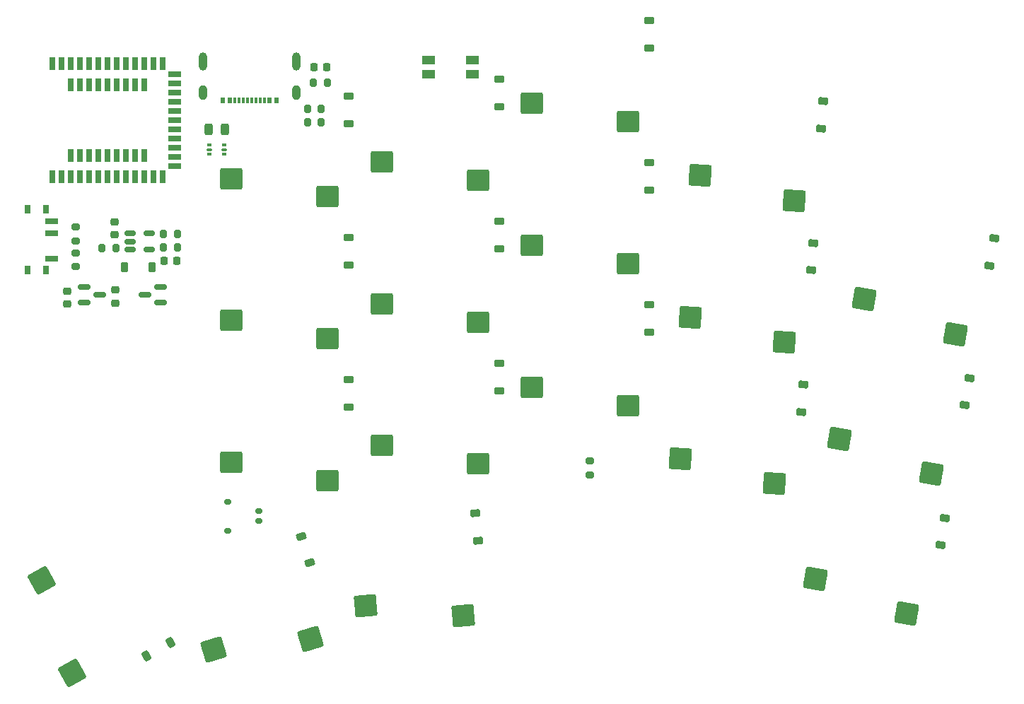
<source format=gbp>
G04 #@! TF.GenerationSoftware,KiCad,Pcbnew,8.0.4*
G04 #@! TF.CreationDate,2024-10-20T02:46:56-03:00*
G04 #@! TF.ProjectId,carpo_right,63617270-6f5f-4726-9967-68742e6b6963,rev?*
G04 #@! TF.SameCoordinates,PX7b6f01cPY41b54a0*
G04 #@! TF.FileFunction,Paste,Bot*
G04 #@! TF.FilePolarity,Positive*
%FSLAX46Y46*%
G04 Gerber Fmt 4.6, Leading zero omitted, Abs format (unit mm)*
G04 Created by KiCad (PCBNEW 8.0.4) date 2024-10-20 02:46:56*
%MOMM*%
%LPD*%
G01*
G04 APERTURE LIST*
G04 Aperture macros list*
%AMRoundRect*
0 Rectangle with rounded corners*
0 $1 Rounding radius*
0 $2 $3 $4 $5 $6 $7 $8 $9 X,Y pos of 4 corners*
0 Add a 4 corners polygon primitive as box body*
4,1,4,$2,$3,$4,$5,$6,$7,$8,$9,$2,$3,0*
0 Add four circle primitives for the rounded corners*
1,1,$1+$1,$2,$3*
1,1,$1+$1,$4,$5*
1,1,$1+$1,$6,$7*
1,1,$1+$1,$8,$9*
0 Add four rect primitives between the rounded corners*
20,1,$1+$1,$2,$3,$4,$5,0*
20,1,$1+$1,$4,$5,$6,$7,0*
20,1,$1+$1,$6,$7,$8,$9,0*
20,1,$1+$1,$8,$9,$2,$3,0*%
G04 Aperture macros list end*
%ADD10RoundRect,0.225000X-0.330232X0.286700X-0.408374X-0.156464X0.330232X-0.286700X0.408374X0.156464X0*%
%ADD11RoundRect,0.260000X1.065000X1.040000X-1.065000X1.040000X-1.065000X-1.040000X1.065000X-1.040000X0*%
%ADD12RoundRect,0.200000X-0.200000X-0.275000X0.200000X-0.275000X0.200000X0.275000X-0.200000X0.275000X0*%
%ADD13RoundRect,0.225000X-0.424398X0.105529X-0.292831X-0.324808X0.424398X-0.105529X0.292831X0.324808X0*%
%ADD14RoundRect,0.243750X-0.243750X-0.456250X0.243750X-0.456250X0.243750X0.456250X-0.243750X0.456250X0*%
%ADD15RoundRect,0.225000X-0.250000X0.225000X-0.250000X-0.225000X0.250000X-0.225000X0.250000X0.225000X0*%
%ADD16RoundRect,0.225000X-0.375000X0.225000X-0.375000X-0.225000X0.375000X-0.225000X0.375000X0.225000X0*%
%ADD17RoundRect,0.260000X1.134952X0.963176X-0.989859X1.111757X-1.134952X-0.963176X0.989859X-1.111757X0*%
%ADD18RoundRect,0.260000X1.229414X0.839265X-0.868226X1.209135X-1.229414X-0.839265X0.868226X-1.209135X0*%
%ADD19RoundRect,0.260000X0.970305X1.128863X-1.151589X0.943222X-0.970305X-1.128863X1.151589X-0.943222X0*%
%ADD20R,0.700000X1.524000*%
%ADD21R,1.524000X0.700000*%
%ADD22RoundRect,0.150000X-0.512500X-0.150000X0.512500X-0.150000X0.512500X0.150000X-0.512500X0.150000X0*%
%ADD23RoundRect,0.225000X-0.358391X0.250611X-0.389782X-0.198293X0.358391X-0.250611X0.389782X0.198293X0*%
%ADD24RoundRect,0.260000X1.425927X-0.427268X0.393282X1.435672X-1.425927X0.427268X-0.393282X-1.435672X0*%
%ADD25RoundRect,0.225000X0.225000X0.250000X-0.225000X0.250000X-0.225000X-0.250000X0.225000X-0.250000X0*%
%ADD26R,1.550000X1.000000*%
%ADD27RoundRect,0.225000X-0.225000X-0.375000X0.225000X-0.375000X0.225000X0.375000X-0.225000X0.375000X0*%
%ADD28RoundRect,0.200000X0.200000X0.275000X-0.200000X0.275000X-0.200000X-0.275000X0.200000X-0.275000X0*%
%ADD29R,0.800000X1.000000*%
%ADD30R,1.500000X0.700000*%
%ADD31RoundRect,0.200000X0.275000X-0.200000X0.275000X0.200000X-0.275000X0.200000X-0.275000X-0.200000X0*%
%ADD32RoundRect,0.260000X0.714398X1.305933X-1.322531X0.683181X-0.714398X-1.305933X1.322531X-0.683181X0*%
%ADD33RoundRect,0.225000X-0.225000X-0.250000X0.225000X-0.250000X0.225000X0.250000X-0.225000X0.250000X0*%
%ADD34RoundRect,0.150000X0.587500X0.150000X-0.587500X0.150000X-0.587500X-0.150000X0.587500X-0.150000X0*%
%ADD35RoundRect,0.225000X-0.393183X0.191460X-0.353963X-0.256827X0.393183X-0.191460X0.353963X0.256827X0*%
%ADD36R,0.540000X0.800000*%
%ADD37R,0.300000X0.800000*%
%ADD38O,1.000000X1.800000*%
%ADD39O,1.000000X2.200000*%
%ADD40RoundRect,0.150000X-0.587500X-0.150000X0.587500X-0.150000X0.587500X0.150000X-0.587500X0.150000X0*%
%ADD41RoundRect,0.093750X0.156250X0.093750X-0.156250X0.093750X-0.156250X-0.093750X0.156250X-0.093750X0*%
%ADD42RoundRect,0.075000X0.250000X0.075000X-0.250000X0.075000X-0.250000X-0.075000X0.250000X-0.075000X0*%
%ADD43RoundRect,0.225000X0.014986X0.437065X-0.378593X0.218900X-0.014986X-0.437065X0.378593X-0.218900X0*%
%ADD44RoundRect,0.150000X0.275000X-0.150000X0.275000X0.150000X-0.275000X0.150000X-0.275000X-0.150000X0*%
%ADD45RoundRect,0.175000X0.225000X-0.175000X0.225000X0.175000X-0.225000X0.175000X-0.225000X-0.175000X0*%
%ADD46RoundRect,0.200000X-0.275000X0.200000X-0.275000X-0.200000X0.275000X-0.200000X0.275000X0.200000X0*%
G04 APERTURE END LIST*
D10*
X80141049Y-27657175D03*
X79568011Y-30907041D03*
D11*
X9755000Y-35750000D03*
X21245000Y-37950000D03*
D12*
X875000Y3000000D03*
X2525000Y3000000D03*
D13*
X150337Y-46622969D03*
X1115165Y-49778775D03*
D14*
X-10937500Y2100000D03*
X-9062500Y2100000D03*
D11*
X-8245000Y-3750000D03*
X3245000Y-5950000D03*
X-8245000Y-37750000D03*
X3245000Y-39950000D03*
D15*
X-22229532Y-8925000D03*
X-22229532Y-10475000D03*
D10*
X77189030Y-44398907D03*
X76615992Y-47648773D03*
D16*
X23800527Y-25850650D03*
X23800527Y-29150650D03*
X41800527Y-18850650D03*
X41800527Y-22150650D03*
D17*
X47861846Y-3397059D03*
X59170392Y-6393202D03*
D18*
X64589901Y-34967152D03*
X75523317Y-39128944D03*
D19*
X7831201Y-54899049D03*
X19469220Y-56089258D03*
D11*
X9755000Y-1750001D03*
X21245000Y-3950001D03*
D20*
X-29700000Y10000000D03*
X-28600000Y10000000D03*
X-27500000Y10000000D03*
X-26400000Y10000000D03*
X-25300000Y10000000D03*
X-24200000Y10000000D03*
X-23100000Y10000000D03*
X-22000000Y10000000D03*
X-20900000Y10000000D03*
X-19800000Y10000000D03*
X-18700000Y10000000D03*
X-17600000Y10000000D03*
X-16500000Y10000000D03*
D21*
X-15000000Y8750000D03*
X-15000000Y7650000D03*
X-15000000Y6550000D03*
X-15000000Y5450000D03*
X-15000000Y4350000D03*
X-15000000Y3250000D03*
X-15000000Y2150000D03*
X-15000000Y1050000D03*
X-15000000Y-50000D03*
X-15000000Y-1150000D03*
X-15000000Y-2250000D03*
D20*
X-16500000Y-3500000D03*
X-17600000Y-3500000D03*
X-18700000Y-3500000D03*
X-19800000Y-3500000D03*
X-20900000Y-3500000D03*
X-22000000Y-3500000D03*
X-23100000Y-3500000D03*
X-24200000Y-3500000D03*
X-25300000Y-3500000D03*
X-26400000Y-3500000D03*
X-27500000Y-3500000D03*
X-28600000Y-3500000D03*
X-29700000Y-3500000D03*
X-27500000Y7500000D03*
X-26400000Y7500000D03*
X-25300000Y7500000D03*
X-24200000Y7500000D03*
X-23100000Y7500000D03*
X-22000000Y7500000D03*
X-20900000Y7500000D03*
X-19800000Y7500000D03*
X-18700000Y7500000D03*
X-27500000Y-1000000D03*
X-26400000Y-1000000D03*
X-25300000Y-1000000D03*
X-24200000Y-1000000D03*
X-23100000Y-1000000D03*
X-22000000Y-1000000D03*
X-20900000Y-1000000D03*
X-19800000Y-1000000D03*
X-18700000Y-1000000D03*
D16*
X5800527Y-10850650D03*
X5800527Y-14150650D03*
D17*
X45490126Y-37314236D03*
X56798672Y-40310379D03*
D16*
X5800527Y-27850650D03*
X5800527Y-31150650D03*
D22*
X-20367032Y-12250000D03*
X-20367032Y-11300000D03*
X-20367032Y-10350000D03*
X-18092032Y-10350000D03*
X-18092032Y-12250000D03*
D23*
X60191982Y-28418766D03*
X59961786Y-31710728D03*
D15*
X-22129532Y-17125000D03*
X-22129532Y-18675000D03*
D23*
X61377842Y-11460177D03*
X61147646Y-14752139D03*
D24*
X-30976698Y-51879780D03*
X-27330399Y-62995741D03*
D23*
X62563702Y5498411D03*
X62333506Y2206449D03*
D25*
X3175000Y9600000D03*
X1625000Y9600000D03*
D11*
X9755000Y-18750000D03*
X21245000Y-20950000D03*
D26*
X20625000Y10440000D03*
X15375000Y10440000D03*
X20625000Y8740000D03*
X15375000Y8740000D03*
D27*
X-21079532Y-14400000D03*
X-17779532Y-14400000D03*
D28*
X-14704532Y-10400000D03*
X-16354532Y-10400000D03*
D18*
X61637882Y-51708884D03*
X72571298Y-55870676D03*
D28*
X3225000Y7700000D03*
X1575000Y7700000D03*
D15*
X-27929532Y-17225000D03*
X-27929532Y-18775000D03*
D16*
X23800527Y8149349D03*
X23800527Y4849349D03*
D29*
X-32630000Y-14750000D03*
X-30420000Y-14750000D03*
X-32630000Y-7450000D03*
X-30420000Y-7450000D03*
D30*
X-29770000Y-13350000D03*
X-29770000Y-10350000D03*
X-29770000Y-8850000D03*
D16*
X41800527Y15149350D03*
X41800527Y11849350D03*
D31*
X-26929532Y-11225000D03*
X-26929532Y-9575000D03*
D16*
X5800527Y6149350D03*
X5800527Y2849350D03*
X23800527Y-8850650D03*
X23800527Y-12150650D03*
D11*
X27755000Y-11750000D03*
X39245000Y-13950000D03*
D32*
X-10387177Y-60196280D03*
X1243983Y-58940799D03*
D33*
X-16304532Y-13600000D03*
X-14754532Y-13600000D03*
D34*
X-16754532Y-16750000D03*
X-16754532Y-18650000D03*
X-18629532Y-17700000D03*
D35*
X20960495Y-43813221D03*
X21248109Y-47100663D03*
D11*
X27755000Y5250000D03*
X39245000Y3050000D03*
D36*
X-2867000Y5603000D03*
X-9267000Y5603000D03*
X-3667000Y5603000D03*
X-8467000Y5603000D03*
D37*
X-7317000Y5603000D03*
X-6317000Y5603000D03*
X-5817000Y5603000D03*
X-4817000Y5603000D03*
X-4317000Y5603000D03*
X-5317000Y5603000D03*
X-6817000Y5603000D03*
X-7825000Y5603000D03*
D38*
X-491700Y6503000D03*
D39*
X-491700Y10303000D03*
X-11642300Y10303000D03*
D38*
X-11642600Y6503000D03*
D12*
X875000Y4600000D03*
X2525000Y4600000D03*
D31*
X-26929532Y-14325000D03*
X-26929532Y-12675000D03*
D40*
X-25867032Y-18650000D03*
X-25867032Y-16750000D03*
X-23992032Y-17700000D03*
D41*
X-9150000Y237500D03*
D42*
X-9075000Y-300000D03*
D41*
X-9150000Y-837500D03*
X-10850000Y-837500D03*
D42*
X-10925000Y-300000D03*
D41*
X-10850000Y237500D03*
D43*
X-15509124Y-59364974D03*
X-18395370Y-60964846D03*
D16*
X41800527Y-1850650D03*
X41800527Y-5150650D03*
D17*
X46675986Y-20355647D03*
X57984532Y-23351790D03*
D12*
X-16354532Y-12000000D03*
X-14704532Y-12000000D03*
D44*
X-4925000Y-44800000D03*
X-4925000Y-43600000D03*
D45*
X-8700000Y-45950000D03*
X-8700000Y-42450000D03*
D28*
X-22104532Y-12100000D03*
X-23754532Y-12100000D03*
D11*
X27755000Y-28750000D03*
X39245000Y-30950000D03*
X-8245000Y-20750000D03*
X3245000Y-22950000D03*
D10*
X83093068Y-10915443D03*
X82520030Y-14165309D03*
D18*
X67541920Y-18225420D03*
X78475336Y-22387212D03*
D46*
X34700000Y-37575000D03*
X34700000Y-39225000D03*
M02*

</source>
